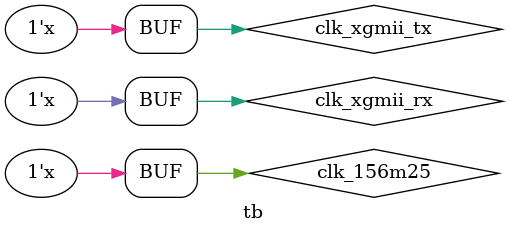
<source format=sv>
`include "timescale.v"
`include "defines.v"
module tb;

    bit           clk_156m25;
    bit           clk_312m50;
    bit           clk_xgmii_rx;
    bit           clk_xgmii_tx;

    task WaitNS;
      input [31:0] delay;
        begin
            #(1000*delay);
        end
    endtask

    task WaitPS;
      input [31:0] delay;
        begin
            #(delay);
        end
    endtask

    // Clock generation
    always begin
        WaitPS(3200);
        clk_156m25 = ~clk_156m25;
    end
    assign clk_xgmii_rx = clk_156m25;
    assign clk_xgmii_tx = clk_156m25;

    xge_mac_interface xmi(
        .clk_156m25 (clk_156m25),
        .clk_xgmii_rx (clk_xgmii_rx),
        .clk_xgmii_tx (clk_xgmii_tx)
        );

    xge_mac dut(/*AUTOINST*/
            // Outputs
            .pkt_rx_avail               (xmi.pkt_rx_avail),
            .pkt_rx_data                (xmi.pkt_rx_data[63:0]),
            .pkt_rx_eop                 (xmi.pkt_rx_eop),
            .pkt_rx_err                 (xmi.pkt_rx_err),
            .pkt_rx_mod                 (xmi.pkt_rx_mod[2:0]),
            .pkt_rx_sop                 (xmi.pkt_rx_sop),
            .pkt_rx_val                 (xmi.pkt_rx_val),
            .pkt_tx_full                (xmi.pkt_tx_full),
            .wb_ack_o                   (xmi.wb_ack_o),
            .wb_dat_o                   (xmi.wb_dat_o[31:0]),
            .wb_int_o                   (xmi.wb_int_o),
            .xgmii_txc                  (xmi.xgmii_txc[7:0]),
            .xgmii_txd                  (xmi.xgmii_txd[63:0]),
            // Inputs
            .clk_156m25                 (xmi.clk_156m25),
            .clk_xgmii_rx               (xmi.clk_xgmii_rx),
            .clk_xgmii_tx               (xmi.clk_xgmii_tx),
            .pkt_rx_ren                 (xmi.pkt_rx_ren),
            .pkt_tx_data                (xmi.pkt_tx_data[63:0]),
            .pkt_tx_eop                 (xmi.pkt_tx_eop),
            .pkt_tx_mod                 (xmi.pkt_tx_mod[2:0]),
            .pkt_tx_sop                 (xmi.pkt_tx_sop),
            .pkt_tx_val                 (xmi.pkt_tx_val),
            .reset_156m25_n             (xmi.reset_156m25_n),
            .reset_xgmii_rx_n           (xmi.reset_xgmii_rx_n),
            .reset_xgmii_tx_n           (xmi.reset_xgmii_tx_n),
            .wb_adr_i                   (xmi.wb_adr_i[7:0]),
            .wb_clk_i                   (xmi.wb_clk_i),
            .wb_cyc_i                   (xmi.wb_cyc_i),
            .wb_dat_i                   (xmi.wb_dat_i[31:0]),
            .wb_rst_i                   (xmi.wb_rst_i),
            .wb_stb_i                   (xmi.wb_stb_i),
            .wb_we_i                    (xmi.wb_we_i),
            .xgmii_rxc                  (xmi.xgmii_rxc[7:0]),
            .xgmii_rxd                  (xmi.xgmii_rxd[63:0]));

    testcase tc0(xmi);
    assign xmi.xgmii_rxc = xmi.xgmii_txc;
    assign xmi.xgmii_rxd = xmi.xgmii_txd;

endmodule

</source>
